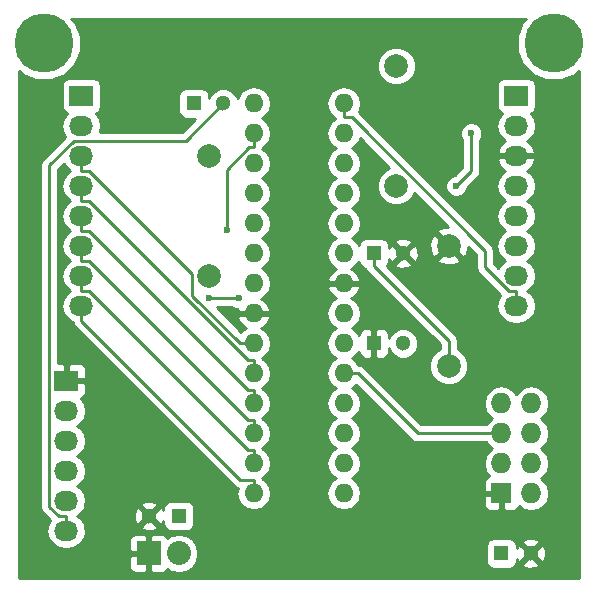
<source format=gbl>
G04 #@! TF.FileFunction,Copper,L2,Bot,Signal*
%FSLAX46Y46*%
G04 Gerber Fmt 4.6, Leading zero omitted, Abs format (unit mm)*
G04 Created by KiCad (PCBNEW 4.0.1-3.201512221401+6198~38~ubuntu15.10.1-stable) date lun 04 ene 2016 19:36:38 ART*
%MOMM*%
G01*
G04 APERTURE LIST*
%ADD10C,0.100000*%
%ADD11R,1.300000X1.300000*%
%ADD12C,1.300000*%
%ADD13C,1.998980*%
%ADD14O,1.600000X1.600000*%
%ADD15R,2.032000X1.727200*%
%ADD16O,2.032000X1.727200*%
%ADD17R,1.727200X1.727200*%
%ADD18O,1.727200X1.727200*%
%ADD19R,2.032000X2.032000*%
%ADD20O,2.032000X2.032000*%
%ADD21C,5.000000*%
%ADD22C,0.600000*%
%ADD23C,0.250000*%
%ADD24C,0.254000*%
G04 APERTURE END LIST*
D10*
D11*
X215900000Y-109220000D03*
D12*
X218400000Y-109220000D03*
D11*
X200660000Y-88900000D03*
D12*
X203160000Y-88900000D03*
D11*
X215900000Y-101600000D03*
D12*
X218400000Y-101600000D03*
D13*
X201930000Y-103505000D03*
X201930000Y-93345000D03*
X217805000Y-95885000D03*
X217805000Y-85725000D03*
X222250000Y-111125000D03*
X222250000Y-100965000D03*
D11*
X226695000Y-127000000D03*
D12*
X229195000Y-127000000D03*
D14*
X205740000Y-88900000D03*
X205740000Y-91440000D03*
X205740000Y-93980000D03*
X205740000Y-96520000D03*
X205740000Y-99060000D03*
X205740000Y-101600000D03*
X205740000Y-104140000D03*
X205740000Y-106680000D03*
X205740000Y-109220000D03*
X205740000Y-111760000D03*
X205740000Y-114300000D03*
X205740000Y-116840000D03*
X205740000Y-119380000D03*
X205740000Y-121920000D03*
X213360000Y-121920000D03*
X213360000Y-119380000D03*
X213360000Y-116840000D03*
X213360000Y-114300000D03*
X213360000Y-111760000D03*
X213360000Y-109220000D03*
X213360000Y-106680000D03*
X213360000Y-104140000D03*
X213360000Y-101600000D03*
X213360000Y-99060000D03*
X213360000Y-96520000D03*
X213360000Y-93980000D03*
X213360000Y-91440000D03*
X213360000Y-88900000D03*
D15*
X189865000Y-112395000D03*
D16*
X189865000Y-114935000D03*
X189865000Y-117475000D03*
X189865000Y-120015000D03*
X189865000Y-122555000D03*
X189865000Y-125095000D03*
D15*
X191135000Y-88265000D03*
D16*
X191135000Y-90805000D03*
X191135000Y-93345000D03*
X191135000Y-95885000D03*
X191135000Y-98425000D03*
X191135000Y-100965000D03*
X191135000Y-103505000D03*
X191135000Y-106045000D03*
D15*
X227965000Y-88265000D03*
D16*
X227965000Y-90805000D03*
X227965000Y-93345000D03*
X227965000Y-95885000D03*
X227965000Y-98425000D03*
X227965000Y-100965000D03*
X227965000Y-103505000D03*
X227965000Y-106045000D03*
D17*
X226695000Y-121920000D03*
D18*
X229235000Y-121920000D03*
X226695000Y-119380000D03*
X229235000Y-119380000D03*
X226695000Y-116840000D03*
X229235000Y-116840000D03*
X226695000Y-114300000D03*
X229235000Y-114300000D03*
D19*
X196850000Y-127000000D03*
D20*
X199390000Y-127000000D03*
D21*
X187960000Y-83820000D03*
X231140000Y-83820000D03*
D11*
X199390000Y-123825000D03*
D12*
X196890000Y-123825000D03*
D22*
X201930000Y-105410000D03*
X204470000Y-105410000D03*
X224155000Y-91440000D03*
X222885000Y-95885000D03*
X203489800Y-99620200D03*
D23*
X204470000Y-105410000D02*
X201930000Y-105410000D01*
X224155000Y-94615000D02*
X224155000Y-91440000D01*
X222885000Y-95885000D02*
X224155000Y-94615000D01*
X199985000Y-92075000D02*
X203160000Y-88900000D01*
X190500400Y-92075000D02*
X199985000Y-92075000D01*
X188424700Y-94150700D02*
X190500400Y-92075000D01*
X188424700Y-123035300D02*
X188424700Y-94150700D01*
X189245500Y-123856100D02*
X188424700Y-123035300D01*
X189865000Y-123856100D02*
X189245500Y-123856100D01*
X189865000Y-125095000D02*
X189865000Y-123856100D01*
X222250000Y-108975300D02*
X222250000Y-111125000D01*
X215900000Y-102625300D02*
X222250000Y-108975300D01*
X215900000Y-101600000D02*
X215900000Y-102625300D01*
X205374700Y-92615300D02*
X205740000Y-92615300D01*
X203489800Y-94500200D02*
X205374700Y-92615300D01*
X203489800Y-99620200D02*
X203489800Y-94500200D01*
X205740000Y-91440000D02*
X205740000Y-92615300D01*
X200539000Y-105194300D02*
X204564700Y-109220000D01*
X200539000Y-103368500D02*
X200539000Y-105194300D01*
X191754400Y-94583900D02*
X200539000Y-103368500D01*
X191135000Y-94583900D02*
X191754400Y-94583900D01*
X191135000Y-93345000D02*
X191135000Y-94583900D01*
X205740000Y-109220000D02*
X204564700Y-109220000D01*
X205215200Y-110584700D02*
X205740000Y-110584700D01*
X191754400Y-97123900D02*
X205215200Y-110584700D01*
X191135000Y-97123900D02*
X191754400Y-97123900D01*
X191135000Y-95885000D02*
X191135000Y-97123900D01*
X205740000Y-111760000D02*
X205740000Y-110584700D01*
X205215200Y-113124700D02*
X205740000Y-113124700D01*
X191754400Y-99663900D02*
X205215200Y-113124700D01*
X191135000Y-99663900D02*
X191754400Y-99663900D01*
X191135000Y-98425000D02*
X191135000Y-99663900D01*
X205740000Y-114300000D02*
X205740000Y-113124700D01*
X205215200Y-115664700D02*
X205740000Y-115664700D01*
X191754400Y-102203900D02*
X205215200Y-115664700D01*
X191135000Y-102203900D02*
X191754400Y-102203900D01*
X191135000Y-100965000D02*
X191135000Y-102203900D01*
X205740000Y-116840000D02*
X205740000Y-115664700D01*
X205215200Y-118204700D02*
X205740000Y-118204700D01*
X191754400Y-104743900D02*
X205215200Y-118204700D01*
X191135000Y-104743900D02*
X191754400Y-104743900D01*
X191135000Y-103505000D02*
X191135000Y-104743900D01*
X205740000Y-119380000D02*
X205740000Y-118204700D01*
X204595800Y-120744700D02*
X205740000Y-120744700D01*
X191135000Y-107283900D02*
X204595800Y-120744700D01*
X205740000Y-121920000D02*
X205740000Y-120744700D01*
X191135000Y-106045000D02*
X191135000Y-107283900D01*
X219615300Y-116840000D02*
X214535300Y-111760000D01*
X226695000Y-116840000D02*
X219615300Y-116840000D01*
X213360000Y-111760000D02*
X214535300Y-111760000D01*
X214019100Y-90075300D02*
X213360000Y-90075300D01*
X225306200Y-101362400D02*
X214019100Y-90075300D01*
X225306200Y-102766800D02*
X225306200Y-101362400D01*
X227345500Y-104806100D02*
X225306200Y-102766800D01*
X227965000Y-104806100D02*
X227345500Y-104806100D01*
X227965000Y-106045000D02*
X227965000Y-104806100D01*
X213360000Y-88900000D02*
X213360000Y-90075300D01*
D24*
G36*
X228483826Y-82041847D02*
X228005546Y-83193674D01*
X228004457Y-84440854D01*
X228480727Y-85593515D01*
X229361847Y-86476174D01*
X230513674Y-86954454D01*
X231760854Y-86955543D01*
X232913515Y-86479273D01*
X233249000Y-86144373D01*
X233249000Y-129109000D01*
X185851000Y-129109000D01*
X185851000Y-127285750D01*
X195199000Y-127285750D01*
X195199000Y-128142309D01*
X195295673Y-128375698D01*
X195474301Y-128554327D01*
X195707690Y-128651000D01*
X196564250Y-128651000D01*
X196723000Y-128492250D01*
X196723000Y-127127000D01*
X195357750Y-127127000D01*
X195199000Y-127285750D01*
X185851000Y-127285750D01*
X185851000Y-94150700D01*
X187664700Y-94150700D01*
X187664700Y-123035300D01*
X187722552Y-123326139D01*
X187887299Y-123572701D01*
X188512175Y-124197577D01*
X188295729Y-124521511D01*
X188181655Y-125095000D01*
X188295729Y-125668489D01*
X188620585Y-126154670D01*
X189106766Y-126479526D01*
X189680255Y-126593600D01*
X190049745Y-126593600D01*
X190623234Y-126479526D01*
X191109415Y-126154670D01*
X191307850Y-125857691D01*
X195199000Y-125857691D01*
X195199000Y-126714250D01*
X195357750Y-126873000D01*
X196723000Y-126873000D01*
X196723000Y-125507750D01*
X196977000Y-125507750D01*
X196977000Y-126873000D01*
X196997000Y-126873000D01*
X196997000Y-127127000D01*
X196977000Y-127127000D01*
X196977000Y-128492250D01*
X197135750Y-128651000D01*
X197992310Y-128651000D01*
X198225699Y-128554327D01*
X198404327Y-128375698D01*
X198421999Y-128333034D01*
X198758190Y-128557670D01*
X199390000Y-128683345D01*
X200021810Y-128557670D01*
X200557433Y-128199778D01*
X200915325Y-127664155D01*
X201041000Y-127032345D01*
X201041000Y-126967655D01*
X200918141Y-126350000D01*
X225397560Y-126350000D01*
X225397560Y-127650000D01*
X225441838Y-127885317D01*
X225580910Y-128101441D01*
X225793110Y-128246431D01*
X226045000Y-128297440D01*
X227345000Y-128297440D01*
X227580317Y-128253162D01*
X227796441Y-128114090D01*
X227941431Y-127901890D01*
X227942012Y-127899016D01*
X228475590Y-127899016D01*
X228531271Y-128129611D01*
X229014078Y-128297622D01*
X229524428Y-128268083D01*
X229858729Y-128129611D01*
X229914410Y-127899016D01*
X229195000Y-127179605D01*
X228475590Y-127899016D01*
X227942012Y-127899016D01*
X227992440Y-127650000D01*
X227992440Y-127487615D01*
X228065389Y-127663729D01*
X228295984Y-127719410D01*
X229015395Y-127000000D01*
X229374605Y-127000000D01*
X230094016Y-127719410D01*
X230324611Y-127663729D01*
X230492622Y-127180922D01*
X230463083Y-126670572D01*
X230324611Y-126336271D01*
X230094016Y-126280590D01*
X229374605Y-127000000D01*
X229015395Y-127000000D01*
X228295984Y-126280590D01*
X228065389Y-126336271D01*
X227992440Y-126545902D01*
X227992440Y-126350000D01*
X227948162Y-126114683D01*
X227939347Y-126100984D01*
X228475590Y-126100984D01*
X229195000Y-126820395D01*
X229914410Y-126100984D01*
X229858729Y-125870389D01*
X229375922Y-125702378D01*
X228865572Y-125731917D01*
X228531271Y-125870389D01*
X228475590Y-126100984D01*
X227939347Y-126100984D01*
X227809090Y-125898559D01*
X227596890Y-125753569D01*
X227345000Y-125702560D01*
X226045000Y-125702560D01*
X225809683Y-125746838D01*
X225593559Y-125885910D01*
X225448569Y-126098110D01*
X225397560Y-126350000D01*
X200918141Y-126350000D01*
X200915325Y-126335845D01*
X200557433Y-125800222D01*
X200021810Y-125442330D01*
X199390000Y-125316655D01*
X198758190Y-125442330D01*
X198421999Y-125666966D01*
X198404327Y-125624302D01*
X198225699Y-125445673D01*
X197992310Y-125349000D01*
X197135750Y-125349000D01*
X196977000Y-125507750D01*
X196723000Y-125507750D01*
X196564250Y-125349000D01*
X195707690Y-125349000D01*
X195474301Y-125445673D01*
X195295673Y-125624302D01*
X195199000Y-125857691D01*
X191307850Y-125857691D01*
X191434271Y-125668489D01*
X191548345Y-125095000D01*
X191474552Y-124724016D01*
X196170590Y-124724016D01*
X196226271Y-124954611D01*
X196709078Y-125122622D01*
X197219428Y-125093083D01*
X197553729Y-124954611D01*
X197609410Y-124724016D01*
X196890000Y-124004605D01*
X196170590Y-124724016D01*
X191474552Y-124724016D01*
X191434271Y-124521511D01*
X191109415Y-124035330D01*
X190794634Y-123825000D01*
X191065402Y-123644078D01*
X195592378Y-123644078D01*
X195621917Y-124154428D01*
X195760389Y-124488729D01*
X195990984Y-124544410D01*
X196710395Y-123825000D01*
X197069605Y-123825000D01*
X197789016Y-124544410D01*
X198019611Y-124488729D01*
X198092560Y-124279098D01*
X198092560Y-124475000D01*
X198136838Y-124710317D01*
X198275910Y-124926441D01*
X198488110Y-125071431D01*
X198740000Y-125122440D01*
X200040000Y-125122440D01*
X200275317Y-125078162D01*
X200491441Y-124939090D01*
X200636431Y-124726890D01*
X200687440Y-124475000D01*
X200687440Y-123175000D01*
X200643162Y-122939683D01*
X200504090Y-122723559D01*
X200291890Y-122578569D01*
X200040000Y-122527560D01*
X198740000Y-122527560D01*
X198504683Y-122571838D01*
X198288559Y-122710910D01*
X198143569Y-122923110D01*
X198092560Y-123175000D01*
X198092560Y-123337385D01*
X198019611Y-123161271D01*
X197789016Y-123105590D01*
X197069605Y-123825000D01*
X196710395Y-123825000D01*
X195990984Y-123105590D01*
X195760389Y-123161271D01*
X195592378Y-123644078D01*
X191065402Y-123644078D01*
X191109415Y-123614670D01*
X191434271Y-123128489D01*
X191474551Y-122925984D01*
X196170590Y-122925984D01*
X196890000Y-123645395D01*
X197609410Y-122925984D01*
X197553729Y-122695389D01*
X197070922Y-122527378D01*
X196560572Y-122556917D01*
X196226271Y-122695389D01*
X196170590Y-122925984D01*
X191474551Y-122925984D01*
X191548345Y-122555000D01*
X191434271Y-121981511D01*
X191109415Y-121495330D01*
X190794634Y-121285000D01*
X191109415Y-121074670D01*
X191434271Y-120588489D01*
X191548345Y-120015000D01*
X191434271Y-119441511D01*
X191109415Y-118955330D01*
X190794634Y-118745000D01*
X191109415Y-118534670D01*
X191434271Y-118048489D01*
X191548345Y-117475000D01*
X191434271Y-116901511D01*
X191109415Y-116415330D01*
X190794634Y-116205000D01*
X191109415Y-115994670D01*
X191434271Y-115508489D01*
X191548345Y-114935000D01*
X191434271Y-114361511D01*
X191109415Y-113875330D01*
X191087220Y-113860500D01*
X191240698Y-113796927D01*
X191419327Y-113618299D01*
X191516000Y-113384910D01*
X191516000Y-112680750D01*
X191357250Y-112522000D01*
X189992000Y-112522000D01*
X189992000Y-112542000D01*
X189738000Y-112542000D01*
X189738000Y-112522000D01*
X189718000Y-112522000D01*
X189718000Y-112268000D01*
X189738000Y-112268000D01*
X189738000Y-111055150D01*
X189992000Y-111055150D01*
X189992000Y-112268000D01*
X191357250Y-112268000D01*
X191516000Y-112109250D01*
X191516000Y-111405090D01*
X191419327Y-111171701D01*
X191240698Y-110993073D01*
X191007309Y-110896400D01*
X190150750Y-110896400D01*
X189992000Y-111055150D01*
X189738000Y-111055150D01*
X189579250Y-110896400D01*
X189184700Y-110896400D01*
X189184700Y-94465502D01*
X189632213Y-94017989D01*
X189890585Y-94404670D01*
X190205366Y-94615000D01*
X189890585Y-94825330D01*
X189565729Y-95311511D01*
X189451655Y-95885000D01*
X189565729Y-96458489D01*
X189890585Y-96944670D01*
X190205366Y-97155000D01*
X189890585Y-97365330D01*
X189565729Y-97851511D01*
X189451655Y-98425000D01*
X189565729Y-98998489D01*
X189890585Y-99484670D01*
X190205366Y-99695000D01*
X189890585Y-99905330D01*
X189565729Y-100391511D01*
X189451655Y-100965000D01*
X189565729Y-101538489D01*
X189890585Y-102024670D01*
X190205366Y-102235000D01*
X189890585Y-102445330D01*
X189565729Y-102931511D01*
X189451655Y-103505000D01*
X189565729Y-104078489D01*
X189890585Y-104564670D01*
X190205366Y-104775000D01*
X189890585Y-104985330D01*
X189565729Y-105471511D01*
X189451655Y-106045000D01*
X189565729Y-106618489D01*
X189890585Y-107104670D01*
X190376766Y-107429526D01*
X190405088Y-107435160D01*
X190432852Y-107574739D01*
X190597599Y-107821301D01*
X204058399Y-121282101D01*
X204304961Y-121446848D01*
X204368489Y-121459485D01*
X204276887Y-121920000D01*
X204386120Y-122469151D01*
X204697189Y-122934698D01*
X205162736Y-123245767D01*
X205711887Y-123355000D01*
X205768113Y-123355000D01*
X206317264Y-123245767D01*
X206782811Y-122934698D01*
X207093880Y-122469151D01*
X207203113Y-121920000D01*
X207093880Y-121370849D01*
X206782811Y-120905302D01*
X206493493Y-120711985D01*
X206471726Y-120602559D01*
X206782811Y-120394698D01*
X207093880Y-119929151D01*
X207203113Y-119380000D01*
X207093880Y-118830849D01*
X206782811Y-118365302D01*
X206493493Y-118171985D01*
X206471726Y-118062559D01*
X206782811Y-117854698D01*
X207093880Y-117389151D01*
X207203113Y-116840000D01*
X207093880Y-116290849D01*
X206782811Y-115825302D01*
X206493493Y-115631985D01*
X206471726Y-115522559D01*
X206782811Y-115314698D01*
X207093880Y-114849151D01*
X207203113Y-114300000D01*
X207093880Y-113750849D01*
X206782811Y-113285302D01*
X206493493Y-113091985D01*
X206471726Y-112982559D01*
X206782811Y-112774698D01*
X207093880Y-112309151D01*
X207203113Y-111760000D01*
X207093880Y-111210849D01*
X206782811Y-110745302D01*
X206493493Y-110551985D01*
X206471726Y-110442559D01*
X206782811Y-110234698D01*
X207093880Y-109769151D01*
X207203113Y-109220000D01*
X207093880Y-108670849D01*
X206782811Y-108205302D01*
X206378297Y-107935014D01*
X206595134Y-107832389D01*
X206971041Y-107417423D01*
X207131904Y-107029039D01*
X207009915Y-106807000D01*
X205867000Y-106807000D01*
X205867000Y-106827000D01*
X205613000Y-106827000D01*
X205613000Y-106807000D01*
X204470085Y-106807000D01*
X204348096Y-107029039D01*
X204508959Y-107417423D01*
X204884866Y-107832389D01*
X205101703Y-107935014D01*
X204697189Y-108205302D01*
X204668196Y-108248694D01*
X203099502Y-106680000D01*
X211896887Y-106680000D01*
X212006120Y-107229151D01*
X212317189Y-107694698D01*
X212699275Y-107950000D01*
X212317189Y-108205302D01*
X212006120Y-108670849D01*
X211896887Y-109220000D01*
X212006120Y-109769151D01*
X212317189Y-110234698D01*
X212699275Y-110490000D01*
X212317189Y-110745302D01*
X212006120Y-111210849D01*
X211896887Y-111760000D01*
X212006120Y-112309151D01*
X212317189Y-112774698D01*
X212699275Y-113030000D01*
X212317189Y-113285302D01*
X212006120Y-113750849D01*
X211896887Y-114300000D01*
X212006120Y-114849151D01*
X212317189Y-115314698D01*
X212699275Y-115570000D01*
X212317189Y-115825302D01*
X212006120Y-116290849D01*
X211896887Y-116840000D01*
X212006120Y-117389151D01*
X212317189Y-117854698D01*
X212699275Y-118110000D01*
X212317189Y-118365302D01*
X212006120Y-118830849D01*
X211896887Y-119380000D01*
X212006120Y-119929151D01*
X212317189Y-120394698D01*
X212699275Y-120650000D01*
X212317189Y-120905302D01*
X212006120Y-121370849D01*
X211896887Y-121920000D01*
X212006120Y-122469151D01*
X212317189Y-122934698D01*
X212782736Y-123245767D01*
X213331887Y-123355000D01*
X213388113Y-123355000D01*
X213937264Y-123245767D01*
X214402811Y-122934698D01*
X214713880Y-122469151D01*
X214766273Y-122205750D01*
X225196400Y-122205750D01*
X225196400Y-122909909D01*
X225293073Y-123143298D01*
X225471701Y-123321927D01*
X225705090Y-123418600D01*
X226409250Y-123418600D01*
X226568000Y-123259850D01*
X226568000Y-122047000D01*
X225355150Y-122047000D01*
X225196400Y-122205750D01*
X214766273Y-122205750D01*
X214823113Y-121920000D01*
X214713880Y-121370849D01*
X214402811Y-120905302D01*
X214020725Y-120650000D01*
X214402811Y-120394698D01*
X214713880Y-119929151D01*
X214823113Y-119380000D01*
X214713880Y-118830849D01*
X214402811Y-118365302D01*
X214020725Y-118110000D01*
X214402811Y-117854698D01*
X214713880Y-117389151D01*
X214823113Y-116840000D01*
X214713880Y-116290849D01*
X214402811Y-115825302D01*
X214020725Y-115570000D01*
X214402811Y-115314698D01*
X214713880Y-114849151D01*
X214823113Y-114300000D01*
X214713880Y-113750849D01*
X214402811Y-113285302D01*
X214020725Y-113030000D01*
X214402811Y-112774698D01*
X214431804Y-112731306D01*
X219077899Y-117377401D01*
X219324461Y-117542148D01*
X219615300Y-117600000D01*
X225415480Y-117600000D01*
X225635330Y-117929029D01*
X225906172Y-118110000D01*
X225635330Y-118290971D01*
X225310474Y-118777152D01*
X225196400Y-119350641D01*
X225196400Y-119409359D01*
X225310474Y-119982848D01*
X225625526Y-120454356D01*
X225471701Y-120518073D01*
X225293073Y-120696702D01*
X225196400Y-120930091D01*
X225196400Y-121634250D01*
X225355150Y-121793000D01*
X226568000Y-121793000D01*
X226568000Y-121773000D01*
X226822000Y-121773000D01*
X226822000Y-121793000D01*
X226842000Y-121793000D01*
X226842000Y-122047000D01*
X226822000Y-122047000D01*
X226822000Y-123259850D01*
X226980750Y-123418600D01*
X227684910Y-123418600D01*
X227918299Y-123321927D01*
X228096927Y-123143298D01*
X228161263Y-122987977D01*
X228175330Y-123009029D01*
X228661511Y-123333885D01*
X229235000Y-123447959D01*
X229808489Y-123333885D01*
X230294670Y-123009029D01*
X230619526Y-122522848D01*
X230733600Y-121949359D01*
X230733600Y-121890641D01*
X230619526Y-121317152D01*
X230294670Y-120830971D01*
X230023828Y-120650000D01*
X230294670Y-120469029D01*
X230619526Y-119982848D01*
X230733600Y-119409359D01*
X230733600Y-119350641D01*
X230619526Y-118777152D01*
X230294670Y-118290971D01*
X230023828Y-118110000D01*
X230294670Y-117929029D01*
X230619526Y-117442848D01*
X230733600Y-116869359D01*
X230733600Y-116810641D01*
X230619526Y-116237152D01*
X230294670Y-115750971D01*
X230023828Y-115570000D01*
X230294670Y-115389029D01*
X230619526Y-114902848D01*
X230733600Y-114329359D01*
X230733600Y-114270641D01*
X230619526Y-113697152D01*
X230294670Y-113210971D01*
X229808489Y-112886115D01*
X229235000Y-112772041D01*
X228661511Y-112886115D01*
X228175330Y-113210971D01*
X227965000Y-113525752D01*
X227754670Y-113210971D01*
X227268489Y-112886115D01*
X226695000Y-112772041D01*
X226121511Y-112886115D01*
X225635330Y-113210971D01*
X225310474Y-113697152D01*
X225196400Y-114270641D01*
X225196400Y-114329359D01*
X225310474Y-114902848D01*
X225635330Y-115389029D01*
X225906172Y-115570000D01*
X225635330Y-115750971D01*
X225415480Y-116080000D01*
X219930102Y-116080000D01*
X215072701Y-111222599D01*
X214826139Y-111057852D01*
X214578773Y-111008647D01*
X214402811Y-110745302D01*
X214020725Y-110490000D01*
X214402811Y-110234698D01*
X214615000Y-109917135D01*
X214615000Y-109996310D01*
X214711673Y-110229699D01*
X214890302Y-110408327D01*
X215123691Y-110505000D01*
X215614250Y-110505000D01*
X215773000Y-110346250D01*
X215773000Y-109347000D01*
X215753000Y-109347000D01*
X215753000Y-109093000D01*
X215773000Y-109093000D01*
X215773000Y-108093750D01*
X216027000Y-108093750D01*
X216027000Y-109093000D01*
X216047000Y-109093000D01*
X216047000Y-109347000D01*
X216027000Y-109347000D01*
X216027000Y-110346250D01*
X216185750Y-110505000D01*
X216676309Y-110505000D01*
X216909698Y-110408327D01*
X217088327Y-110229699D01*
X217185000Y-109996310D01*
X217185000Y-109644433D01*
X217309995Y-109946943D01*
X217671155Y-110308735D01*
X218143276Y-110504777D01*
X218654481Y-110505223D01*
X219126943Y-110310005D01*
X219488735Y-109948845D01*
X219684777Y-109476724D01*
X219685223Y-108965519D01*
X219490005Y-108493057D01*
X219128845Y-108131265D01*
X218656724Y-107935223D01*
X218145519Y-107934777D01*
X217673057Y-108129995D01*
X217311265Y-108491155D01*
X217185000Y-108795235D01*
X217185000Y-108443690D01*
X217088327Y-108210301D01*
X216909698Y-108031673D01*
X216676309Y-107935000D01*
X216185750Y-107935000D01*
X216027000Y-108093750D01*
X215773000Y-108093750D01*
X215614250Y-107935000D01*
X215123691Y-107935000D01*
X214890302Y-108031673D01*
X214711673Y-108210301D01*
X214615000Y-108443690D01*
X214615000Y-108522865D01*
X214402811Y-108205302D01*
X214020725Y-107950000D01*
X214402811Y-107694698D01*
X214713880Y-107229151D01*
X214823113Y-106680000D01*
X214713880Y-106130849D01*
X214402811Y-105665302D01*
X213998297Y-105395014D01*
X214215134Y-105292389D01*
X214591041Y-104877423D01*
X214751904Y-104489039D01*
X214629915Y-104267000D01*
X213487000Y-104267000D01*
X213487000Y-104287000D01*
X213233000Y-104287000D01*
X213233000Y-104267000D01*
X212090085Y-104267000D01*
X211968096Y-104489039D01*
X212128959Y-104877423D01*
X212504866Y-105292389D01*
X212721703Y-105395014D01*
X212317189Y-105665302D01*
X212006120Y-106130849D01*
X211896887Y-106680000D01*
X203099502Y-106680000D01*
X202589502Y-106170000D01*
X203907537Y-106170000D01*
X203939673Y-106202192D01*
X204283201Y-106344838D01*
X204355755Y-106344901D01*
X204470085Y-106553000D01*
X205613000Y-106553000D01*
X205613000Y-106533000D01*
X205867000Y-106533000D01*
X205867000Y-106553000D01*
X207009915Y-106553000D01*
X207131904Y-106330961D01*
X206971041Y-105942577D01*
X206595134Y-105527611D01*
X206378297Y-105424986D01*
X206782811Y-105154698D01*
X207093880Y-104689151D01*
X207203113Y-104140000D01*
X207093880Y-103590849D01*
X206782811Y-103125302D01*
X206400725Y-102870000D01*
X206782811Y-102614698D01*
X207093880Y-102149151D01*
X207203113Y-101600000D01*
X207093880Y-101050849D01*
X206782811Y-100585302D01*
X206400725Y-100330000D01*
X206782811Y-100074698D01*
X207093880Y-99609151D01*
X207203113Y-99060000D01*
X207093880Y-98510849D01*
X206782811Y-98045302D01*
X206400725Y-97790000D01*
X206782811Y-97534698D01*
X207093880Y-97069151D01*
X207203113Y-96520000D01*
X207093880Y-95970849D01*
X206782811Y-95505302D01*
X206400725Y-95250000D01*
X206782811Y-94994698D01*
X207093880Y-94529151D01*
X207203113Y-93980000D01*
X207093880Y-93430849D01*
X206782811Y-92965302D01*
X206471726Y-92757441D01*
X206493493Y-92648015D01*
X206782811Y-92454698D01*
X207093880Y-91989151D01*
X207203113Y-91440000D01*
X207093880Y-90890849D01*
X206782811Y-90425302D01*
X206400725Y-90170000D01*
X206782811Y-89914698D01*
X207093880Y-89449151D01*
X207203113Y-88900000D01*
X211896887Y-88900000D01*
X212006120Y-89449151D01*
X212317189Y-89914698D01*
X212606507Y-90108015D01*
X212628274Y-90217441D01*
X212317189Y-90425302D01*
X212006120Y-90890849D01*
X211896887Y-91440000D01*
X212006120Y-91989151D01*
X212317189Y-92454698D01*
X212699275Y-92710000D01*
X212317189Y-92965302D01*
X212006120Y-93430849D01*
X211896887Y-93980000D01*
X212006120Y-94529151D01*
X212317189Y-94994698D01*
X212699275Y-95250000D01*
X212317189Y-95505302D01*
X212006120Y-95970849D01*
X211896887Y-96520000D01*
X212006120Y-97069151D01*
X212317189Y-97534698D01*
X212699275Y-97790000D01*
X212317189Y-98045302D01*
X212006120Y-98510849D01*
X211896887Y-99060000D01*
X212006120Y-99609151D01*
X212317189Y-100074698D01*
X212699275Y-100330000D01*
X212317189Y-100585302D01*
X212006120Y-101050849D01*
X211896887Y-101600000D01*
X212006120Y-102149151D01*
X212317189Y-102614698D01*
X212721703Y-102884986D01*
X212504866Y-102987611D01*
X212128959Y-103402577D01*
X211968096Y-103790961D01*
X212090085Y-104013000D01*
X213233000Y-104013000D01*
X213233000Y-103993000D01*
X213487000Y-103993000D01*
X213487000Y-104013000D01*
X214629915Y-104013000D01*
X214751904Y-103790961D01*
X214591041Y-103402577D01*
X214215134Y-102987611D01*
X213998297Y-102884986D01*
X214402811Y-102614698D01*
X214612214Y-102301305D01*
X214646838Y-102485317D01*
X214785910Y-102701441D01*
X214998110Y-102846431D01*
X215191788Y-102885652D01*
X215197852Y-102916139D01*
X215362599Y-103162701D01*
X221490000Y-109290102D01*
X221490000Y-109670504D01*
X221325345Y-109738538D01*
X220865154Y-110197927D01*
X220615794Y-110798453D01*
X220615226Y-111448694D01*
X220863538Y-112049655D01*
X221322927Y-112509846D01*
X221923453Y-112759206D01*
X222573694Y-112759774D01*
X223174655Y-112511462D01*
X223634846Y-112052073D01*
X223884206Y-111451547D01*
X223884774Y-110801306D01*
X223636462Y-110200345D01*
X223177073Y-109740154D01*
X223010000Y-109670779D01*
X223010000Y-108975300D01*
X222952148Y-108684461D01*
X222787401Y-108437899D01*
X217026669Y-102677167D01*
X217146431Y-102501890D01*
X217147012Y-102499016D01*
X217680590Y-102499016D01*
X217736271Y-102729611D01*
X218219078Y-102897622D01*
X218729428Y-102868083D01*
X219063729Y-102729611D01*
X219119410Y-102499016D01*
X218400000Y-101779605D01*
X217680590Y-102499016D01*
X217147012Y-102499016D01*
X217197440Y-102250000D01*
X217197440Y-102087615D01*
X217270389Y-102263729D01*
X217500984Y-102319410D01*
X218220395Y-101600000D01*
X218579605Y-101600000D01*
X219299016Y-102319410D01*
X219529611Y-102263729D01*
X219580614Y-102117163D01*
X221277443Y-102117163D01*
X221376042Y-102383965D01*
X221985582Y-102610401D01*
X222635377Y-102586341D01*
X223123958Y-102383965D01*
X223222557Y-102117163D01*
X222250000Y-101144605D01*
X221277443Y-102117163D01*
X219580614Y-102117163D01*
X219697622Y-101780922D01*
X219668083Y-101270572D01*
X219529611Y-100936271D01*
X219299016Y-100880590D01*
X218579605Y-101600000D01*
X218220395Y-101600000D01*
X217500984Y-100880590D01*
X217270389Y-100936271D01*
X217197440Y-101145902D01*
X217197440Y-100950000D01*
X217153162Y-100714683D01*
X217144347Y-100700984D01*
X217680590Y-100700984D01*
X218400000Y-101420395D01*
X219119410Y-100700984D01*
X219119313Y-100700582D01*
X220604599Y-100700582D01*
X220628659Y-101350377D01*
X220831035Y-101838958D01*
X221097837Y-101937557D01*
X222070395Y-100965000D01*
X221097837Y-99992443D01*
X220831035Y-100091042D01*
X220604599Y-100700582D01*
X219119313Y-100700582D01*
X219063729Y-100470389D01*
X218580922Y-100302378D01*
X218070572Y-100331917D01*
X217736271Y-100470389D01*
X217680590Y-100700984D01*
X217144347Y-100700984D01*
X217014090Y-100498559D01*
X216801890Y-100353569D01*
X216550000Y-100302560D01*
X215250000Y-100302560D01*
X215014683Y-100346838D01*
X214798559Y-100485910D01*
X214653569Y-100698110D01*
X214612778Y-100899540D01*
X214402811Y-100585302D01*
X214020725Y-100330000D01*
X214402811Y-100074698D01*
X214713880Y-99609151D01*
X214823113Y-99060000D01*
X214713880Y-98510849D01*
X214402811Y-98045302D01*
X214020725Y-97790000D01*
X214402811Y-97534698D01*
X214713880Y-97069151D01*
X214823113Y-96520000D01*
X214713880Y-95970849D01*
X214402811Y-95505302D01*
X214020725Y-95250000D01*
X214402811Y-94994698D01*
X214713880Y-94529151D01*
X214823113Y-93980000D01*
X214713880Y-93430849D01*
X214402811Y-92965302D01*
X214020725Y-92710000D01*
X214402811Y-92454698D01*
X214713880Y-91989151D01*
X214737816Y-91868818D01*
X217225090Y-94356092D01*
X216880345Y-94498538D01*
X216420154Y-94957927D01*
X216170794Y-95558453D01*
X216170226Y-96208694D01*
X216418538Y-96809655D01*
X216877927Y-97269846D01*
X217478453Y-97519206D01*
X218128694Y-97519774D01*
X218729655Y-97271462D01*
X219189846Y-96812073D01*
X219333973Y-96464975D01*
X222200230Y-99331232D01*
X221864623Y-99343659D01*
X221376042Y-99546035D01*
X221277443Y-99812837D01*
X222250000Y-100785395D01*
X222264142Y-100771252D01*
X222443748Y-100950858D01*
X222429605Y-100965000D01*
X223402163Y-101937557D01*
X223668965Y-101838958D01*
X223895401Y-101229418D01*
X223887595Y-101018597D01*
X224546200Y-101677202D01*
X224546200Y-102766800D01*
X224604052Y-103057639D01*
X224768799Y-103304201D01*
X226612175Y-105147577D01*
X226395729Y-105471511D01*
X226281655Y-106045000D01*
X226395729Y-106618489D01*
X226720585Y-107104670D01*
X227206766Y-107429526D01*
X227780255Y-107543600D01*
X228149745Y-107543600D01*
X228723234Y-107429526D01*
X229209415Y-107104670D01*
X229534271Y-106618489D01*
X229648345Y-106045000D01*
X229534271Y-105471511D01*
X229209415Y-104985330D01*
X228894634Y-104775000D01*
X229209415Y-104564670D01*
X229534271Y-104078489D01*
X229648345Y-103505000D01*
X229534271Y-102931511D01*
X229209415Y-102445330D01*
X228894634Y-102235000D01*
X229209415Y-102024670D01*
X229534271Y-101538489D01*
X229648345Y-100965000D01*
X229534271Y-100391511D01*
X229209415Y-99905330D01*
X228894634Y-99695000D01*
X229209415Y-99484670D01*
X229534271Y-98998489D01*
X229648345Y-98425000D01*
X229534271Y-97851511D01*
X229209415Y-97365330D01*
X228894634Y-97155000D01*
X229209415Y-96944670D01*
X229534271Y-96458489D01*
X229648345Y-95885000D01*
X229534271Y-95311511D01*
X229209415Y-94825330D01*
X228899931Y-94618539D01*
X229315732Y-94247036D01*
X229569709Y-93719791D01*
X229572358Y-93704026D01*
X229451217Y-93472000D01*
X228092000Y-93472000D01*
X228092000Y-93492000D01*
X227838000Y-93492000D01*
X227838000Y-93472000D01*
X226478783Y-93472000D01*
X226357642Y-93704026D01*
X226360291Y-93719791D01*
X226614268Y-94247036D01*
X227030069Y-94618539D01*
X226720585Y-94825330D01*
X226395729Y-95311511D01*
X226281655Y-95885000D01*
X226395729Y-96458489D01*
X226720585Y-96944670D01*
X227035366Y-97155000D01*
X226720585Y-97365330D01*
X226395729Y-97851511D01*
X226281655Y-98425000D01*
X226395729Y-98998489D01*
X226720585Y-99484670D01*
X227035366Y-99695000D01*
X226720585Y-99905330D01*
X226395729Y-100391511D01*
X226281655Y-100965000D01*
X226395729Y-101538489D01*
X226720585Y-102024670D01*
X227035366Y-102235000D01*
X226720585Y-102445330D01*
X226455804Y-102841602D01*
X226066200Y-102451998D01*
X226066200Y-101362400D01*
X226008348Y-101071561D01*
X225843601Y-100824999D01*
X221088769Y-96070167D01*
X221949838Y-96070167D01*
X222091883Y-96413943D01*
X222354673Y-96677192D01*
X222698201Y-96819838D01*
X223070167Y-96820162D01*
X223413943Y-96678117D01*
X223677192Y-96415327D01*
X223819838Y-96071799D01*
X223819879Y-96024923D01*
X224692401Y-95152401D01*
X224857148Y-94905840D01*
X224915000Y-94615000D01*
X224915000Y-92002463D01*
X224947192Y-91970327D01*
X225089838Y-91626799D01*
X225090162Y-91254833D01*
X224948117Y-90911057D01*
X224842245Y-90805000D01*
X226281655Y-90805000D01*
X226395729Y-91378489D01*
X226720585Y-91864670D01*
X227030069Y-92071461D01*
X226614268Y-92442964D01*
X226360291Y-92970209D01*
X226357642Y-92985974D01*
X226478783Y-93218000D01*
X227838000Y-93218000D01*
X227838000Y-93198000D01*
X228092000Y-93198000D01*
X228092000Y-93218000D01*
X229451217Y-93218000D01*
X229572358Y-92985974D01*
X229569709Y-92970209D01*
X229315732Y-92442964D01*
X228899931Y-92071461D01*
X229209415Y-91864670D01*
X229534271Y-91378489D01*
X229648345Y-90805000D01*
X229534271Y-90231511D01*
X229209415Y-89745330D01*
X229195087Y-89735757D01*
X229216317Y-89731762D01*
X229432441Y-89592690D01*
X229577431Y-89380490D01*
X229628440Y-89128600D01*
X229628440Y-87401400D01*
X229584162Y-87166083D01*
X229445090Y-86949959D01*
X229232890Y-86804969D01*
X228981000Y-86753960D01*
X226949000Y-86753960D01*
X226713683Y-86798238D01*
X226497559Y-86937310D01*
X226352569Y-87149510D01*
X226301560Y-87401400D01*
X226301560Y-89128600D01*
X226345838Y-89363917D01*
X226484910Y-89580041D01*
X226697110Y-89725031D01*
X226738439Y-89733400D01*
X226720585Y-89745330D01*
X226395729Y-90231511D01*
X226281655Y-90805000D01*
X224842245Y-90805000D01*
X224685327Y-90647808D01*
X224341799Y-90505162D01*
X223969833Y-90504838D01*
X223626057Y-90646883D01*
X223362808Y-90909673D01*
X223220162Y-91253201D01*
X223219838Y-91625167D01*
X223361883Y-91968943D01*
X223395000Y-92002118D01*
X223395000Y-94300198D01*
X222745320Y-94949878D01*
X222699833Y-94949838D01*
X222356057Y-95091883D01*
X222092808Y-95354673D01*
X221950162Y-95698201D01*
X221949838Y-96070167D01*
X221088769Y-96070167D01*
X214615295Y-89596693D01*
X214713880Y-89449151D01*
X214823113Y-88900000D01*
X214713880Y-88350849D01*
X214402811Y-87885302D01*
X213937264Y-87574233D01*
X213388113Y-87465000D01*
X213331887Y-87465000D01*
X212782736Y-87574233D01*
X212317189Y-87885302D01*
X212006120Y-88350849D01*
X211896887Y-88900000D01*
X207203113Y-88900000D01*
X207093880Y-88350849D01*
X206782811Y-87885302D01*
X206317264Y-87574233D01*
X205768113Y-87465000D01*
X205711887Y-87465000D01*
X205162736Y-87574233D01*
X204697189Y-87885302D01*
X204386120Y-88350849D01*
X204365760Y-88453205D01*
X204250005Y-88173057D01*
X203888845Y-87811265D01*
X203416724Y-87615223D01*
X202905519Y-87614777D01*
X202433057Y-87809995D01*
X202071265Y-88171155D01*
X201957440Y-88445276D01*
X201957440Y-88250000D01*
X201913162Y-88014683D01*
X201774090Y-87798559D01*
X201561890Y-87653569D01*
X201310000Y-87602560D01*
X200010000Y-87602560D01*
X199774683Y-87646838D01*
X199558559Y-87785910D01*
X199413569Y-87998110D01*
X199362560Y-88250000D01*
X199362560Y-89550000D01*
X199406838Y-89785317D01*
X199545910Y-90001441D01*
X199758110Y-90146431D01*
X200010000Y-90197440D01*
X200787758Y-90197440D01*
X199670198Y-91315000D01*
X192716900Y-91315000D01*
X192818345Y-90805000D01*
X192704271Y-90231511D01*
X192379415Y-89745330D01*
X192365087Y-89735757D01*
X192386317Y-89731762D01*
X192602441Y-89592690D01*
X192747431Y-89380490D01*
X192798440Y-89128600D01*
X192798440Y-87401400D01*
X192754162Y-87166083D01*
X192615090Y-86949959D01*
X192402890Y-86804969D01*
X192151000Y-86753960D01*
X190119000Y-86753960D01*
X189883683Y-86798238D01*
X189667559Y-86937310D01*
X189522569Y-87149510D01*
X189471560Y-87401400D01*
X189471560Y-89128600D01*
X189515838Y-89363917D01*
X189654910Y-89580041D01*
X189867110Y-89725031D01*
X189908439Y-89733400D01*
X189890585Y-89745330D01*
X189565729Y-90231511D01*
X189451655Y-90805000D01*
X189565729Y-91378489D01*
X189788584Y-91712014D01*
X187887299Y-93613299D01*
X187722552Y-93859861D01*
X187664700Y-94150700D01*
X185851000Y-94150700D01*
X185851000Y-86144749D01*
X186181847Y-86476174D01*
X187333674Y-86954454D01*
X188580854Y-86955543D01*
X189733515Y-86479273D01*
X190164846Y-86048694D01*
X216170226Y-86048694D01*
X216418538Y-86649655D01*
X216877927Y-87109846D01*
X217478453Y-87359206D01*
X218128694Y-87359774D01*
X218729655Y-87111462D01*
X219189846Y-86652073D01*
X219439206Y-86051547D01*
X219439774Y-85401306D01*
X219191462Y-84800345D01*
X218732073Y-84340154D01*
X218131547Y-84090794D01*
X217481306Y-84090226D01*
X216880345Y-84338538D01*
X216420154Y-84797927D01*
X216170794Y-85398453D01*
X216170226Y-86048694D01*
X190164846Y-86048694D01*
X190616174Y-85598153D01*
X191094454Y-84446326D01*
X191095543Y-83199146D01*
X190619273Y-82046485D01*
X190284373Y-81711000D01*
X228815251Y-81711000D01*
X228483826Y-82041847D01*
X228483826Y-82041847D01*
G37*
X228483826Y-82041847D02*
X228005546Y-83193674D01*
X228004457Y-84440854D01*
X228480727Y-85593515D01*
X229361847Y-86476174D01*
X230513674Y-86954454D01*
X231760854Y-86955543D01*
X232913515Y-86479273D01*
X233249000Y-86144373D01*
X233249000Y-129109000D01*
X185851000Y-129109000D01*
X185851000Y-127285750D01*
X195199000Y-127285750D01*
X195199000Y-128142309D01*
X195295673Y-128375698D01*
X195474301Y-128554327D01*
X195707690Y-128651000D01*
X196564250Y-128651000D01*
X196723000Y-128492250D01*
X196723000Y-127127000D01*
X195357750Y-127127000D01*
X195199000Y-127285750D01*
X185851000Y-127285750D01*
X185851000Y-94150700D01*
X187664700Y-94150700D01*
X187664700Y-123035300D01*
X187722552Y-123326139D01*
X187887299Y-123572701D01*
X188512175Y-124197577D01*
X188295729Y-124521511D01*
X188181655Y-125095000D01*
X188295729Y-125668489D01*
X188620585Y-126154670D01*
X189106766Y-126479526D01*
X189680255Y-126593600D01*
X190049745Y-126593600D01*
X190623234Y-126479526D01*
X191109415Y-126154670D01*
X191307850Y-125857691D01*
X195199000Y-125857691D01*
X195199000Y-126714250D01*
X195357750Y-126873000D01*
X196723000Y-126873000D01*
X196723000Y-125507750D01*
X196977000Y-125507750D01*
X196977000Y-126873000D01*
X196997000Y-126873000D01*
X196997000Y-127127000D01*
X196977000Y-127127000D01*
X196977000Y-128492250D01*
X197135750Y-128651000D01*
X197992310Y-128651000D01*
X198225699Y-128554327D01*
X198404327Y-128375698D01*
X198421999Y-128333034D01*
X198758190Y-128557670D01*
X199390000Y-128683345D01*
X200021810Y-128557670D01*
X200557433Y-128199778D01*
X200915325Y-127664155D01*
X201041000Y-127032345D01*
X201041000Y-126967655D01*
X200918141Y-126350000D01*
X225397560Y-126350000D01*
X225397560Y-127650000D01*
X225441838Y-127885317D01*
X225580910Y-128101441D01*
X225793110Y-128246431D01*
X226045000Y-128297440D01*
X227345000Y-128297440D01*
X227580317Y-128253162D01*
X227796441Y-128114090D01*
X227941431Y-127901890D01*
X227942012Y-127899016D01*
X228475590Y-127899016D01*
X228531271Y-128129611D01*
X229014078Y-128297622D01*
X229524428Y-128268083D01*
X229858729Y-128129611D01*
X229914410Y-127899016D01*
X229195000Y-127179605D01*
X228475590Y-127899016D01*
X227942012Y-127899016D01*
X227992440Y-127650000D01*
X227992440Y-127487615D01*
X228065389Y-127663729D01*
X228295984Y-127719410D01*
X229015395Y-127000000D01*
X229374605Y-127000000D01*
X230094016Y-127719410D01*
X230324611Y-127663729D01*
X230492622Y-127180922D01*
X230463083Y-126670572D01*
X230324611Y-126336271D01*
X230094016Y-126280590D01*
X229374605Y-127000000D01*
X229015395Y-127000000D01*
X228295984Y-126280590D01*
X228065389Y-126336271D01*
X227992440Y-126545902D01*
X227992440Y-126350000D01*
X227948162Y-126114683D01*
X227939347Y-126100984D01*
X228475590Y-126100984D01*
X229195000Y-126820395D01*
X229914410Y-126100984D01*
X229858729Y-125870389D01*
X229375922Y-125702378D01*
X228865572Y-125731917D01*
X228531271Y-125870389D01*
X228475590Y-126100984D01*
X227939347Y-126100984D01*
X227809090Y-125898559D01*
X227596890Y-125753569D01*
X227345000Y-125702560D01*
X226045000Y-125702560D01*
X225809683Y-125746838D01*
X225593559Y-125885910D01*
X225448569Y-126098110D01*
X225397560Y-126350000D01*
X200918141Y-126350000D01*
X200915325Y-126335845D01*
X200557433Y-125800222D01*
X200021810Y-125442330D01*
X199390000Y-125316655D01*
X198758190Y-125442330D01*
X198421999Y-125666966D01*
X198404327Y-125624302D01*
X198225699Y-125445673D01*
X197992310Y-125349000D01*
X197135750Y-125349000D01*
X196977000Y-125507750D01*
X196723000Y-125507750D01*
X196564250Y-125349000D01*
X195707690Y-125349000D01*
X195474301Y-125445673D01*
X195295673Y-125624302D01*
X195199000Y-125857691D01*
X191307850Y-125857691D01*
X191434271Y-125668489D01*
X191548345Y-125095000D01*
X191474552Y-124724016D01*
X196170590Y-124724016D01*
X196226271Y-124954611D01*
X196709078Y-125122622D01*
X197219428Y-125093083D01*
X197553729Y-124954611D01*
X197609410Y-124724016D01*
X196890000Y-124004605D01*
X196170590Y-124724016D01*
X191474552Y-124724016D01*
X191434271Y-124521511D01*
X191109415Y-124035330D01*
X190794634Y-123825000D01*
X191065402Y-123644078D01*
X195592378Y-123644078D01*
X195621917Y-124154428D01*
X195760389Y-124488729D01*
X195990984Y-124544410D01*
X196710395Y-123825000D01*
X197069605Y-123825000D01*
X197789016Y-124544410D01*
X198019611Y-124488729D01*
X198092560Y-124279098D01*
X198092560Y-124475000D01*
X198136838Y-124710317D01*
X198275910Y-124926441D01*
X198488110Y-125071431D01*
X198740000Y-125122440D01*
X200040000Y-125122440D01*
X200275317Y-125078162D01*
X200491441Y-124939090D01*
X200636431Y-124726890D01*
X200687440Y-124475000D01*
X200687440Y-123175000D01*
X200643162Y-122939683D01*
X200504090Y-122723559D01*
X200291890Y-122578569D01*
X200040000Y-122527560D01*
X198740000Y-122527560D01*
X198504683Y-122571838D01*
X198288559Y-122710910D01*
X198143569Y-122923110D01*
X198092560Y-123175000D01*
X198092560Y-123337385D01*
X198019611Y-123161271D01*
X197789016Y-123105590D01*
X197069605Y-123825000D01*
X196710395Y-123825000D01*
X195990984Y-123105590D01*
X195760389Y-123161271D01*
X195592378Y-123644078D01*
X191065402Y-123644078D01*
X191109415Y-123614670D01*
X191434271Y-123128489D01*
X191474551Y-122925984D01*
X196170590Y-122925984D01*
X196890000Y-123645395D01*
X197609410Y-122925984D01*
X197553729Y-122695389D01*
X197070922Y-122527378D01*
X196560572Y-122556917D01*
X196226271Y-122695389D01*
X196170590Y-122925984D01*
X191474551Y-122925984D01*
X191548345Y-122555000D01*
X191434271Y-121981511D01*
X191109415Y-121495330D01*
X190794634Y-121285000D01*
X191109415Y-121074670D01*
X191434271Y-120588489D01*
X191548345Y-120015000D01*
X191434271Y-119441511D01*
X191109415Y-118955330D01*
X190794634Y-118745000D01*
X191109415Y-118534670D01*
X191434271Y-118048489D01*
X191548345Y-117475000D01*
X191434271Y-116901511D01*
X191109415Y-116415330D01*
X190794634Y-116205000D01*
X191109415Y-115994670D01*
X191434271Y-115508489D01*
X191548345Y-114935000D01*
X191434271Y-114361511D01*
X191109415Y-113875330D01*
X191087220Y-113860500D01*
X191240698Y-113796927D01*
X191419327Y-113618299D01*
X191516000Y-113384910D01*
X191516000Y-112680750D01*
X191357250Y-112522000D01*
X189992000Y-112522000D01*
X189992000Y-112542000D01*
X189738000Y-112542000D01*
X189738000Y-112522000D01*
X189718000Y-112522000D01*
X189718000Y-112268000D01*
X189738000Y-112268000D01*
X189738000Y-111055150D01*
X189992000Y-111055150D01*
X189992000Y-112268000D01*
X191357250Y-112268000D01*
X191516000Y-112109250D01*
X191516000Y-111405090D01*
X191419327Y-111171701D01*
X191240698Y-110993073D01*
X191007309Y-110896400D01*
X190150750Y-110896400D01*
X189992000Y-111055150D01*
X189738000Y-111055150D01*
X189579250Y-110896400D01*
X189184700Y-110896400D01*
X189184700Y-94465502D01*
X189632213Y-94017989D01*
X189890585Y-94404670D01*
X190205366Y-94615000D01*
X189890585Y-94825330D01*
X189565729Y-95311511D01*
X189451655Y-95885000D01*
X189565729Y-96458489D01*
X189890585Y-96944670D01*
X190205366Y-97155000D01*
X189890585Y-97365330D01*
X189565729Y-97851511D01*
X189451655Y-98425000D01*
X189565729Y-98998489D01*
X189890585Y-99484670D01*
X190205366Y-99695000D01*
X189890585Y-99905330D01*
X189565729Y-100391511D01*
X189451655Y-100965000D01*
X189565729Y-101538489D01*
X189890585Y-102024670D01*
X190205366Y-102235000D01*
X189890585Y-102445330D01*
X189565729Y-102931511D01*
X189451655Y-103505000D01*
X189565729Y-104078489D01*
X189890585Y-104564670D01*
X190205366Y-104775000D01*
X189890585Y-104985330D01*
X189565729Y-105471511D01*
X189451655Y-106045000D01*
X189565729Y-106618489D01*
X189890585Y-107104670D01*
X190376766Y-107429526D01*
X190405088Y-107435160D01*
X190432852Y-107574739D01*
X190597599Y-107821301D01*
X204058399Y-121282101D01*
X204304961Y-121446848D01*
X204368489Y-121459485D01*
X204276887Y-121920000D01*
X204386120Y-122469151D01*
X204697189Y-122934698D01*
X205162736Y-123245767D01*
X205711887Y-123355000D01*
X205768113Y-123355000D01*
X206317264Y-123245767D01*
X206782811Y-122934698D01*
X207093880Y-122469151D01*
X207203113Y-121920000D01*
X207093880Y-121370849D01*
X206782811Y-120905302D01*
X206493493Y-120711985D01*
X206471726Y-120602559D01*
X206782811Y-120394698D01*
X207093880Y-119929151D01*
X207203113Y-119380000D01*
X207093880Y-118830849D01*
X206782811Y-118365302D01*
X206493493Y-118171985D01*
X206471726Y-118062559D01*
X206782811Y-117854698D01*
X207093880Y-117389151D01*
X207203113Y-116840000D01*
X207093880Y-116290849D01*
X206782811Y-115825302D01*
X206493493Y-115631985D01*
X206471726Y-115522559D01*
X206782811Y-115314698D01*
X207093880Y-114849151D01*
X207203113Y-114300000D01*
X207093880Y-113750849D01*
X206782811Y-113285302D01*
X206493493Y-113091985D01*
X206471726Y-112982559D01*
X206782811Y-112774698D01*
X207093880Y-112309151D01*
X207203113Y-111760000D01*
X207093880Y-111210849D01*
X206782811Y-110745302D01*
X206493493Y-110551985D01*
X206471726Y-110442559D01*
X206782811Y-110234698D01*
X207093880Y-109769151D01*
X207203113Y-109220000D01*
X207093880Y-108670849D01*
X206782811Y-108205302D01*
X206378297Y-107935014D01*
X206595134Y-107832389D01*
X206971041Y-107417423D01*
X207131904Y-107029039D01*
X207009915Y-106807000D01*
X205867000Y-106807000D01*
X205867000Y-106827000D01*
X205613000Y-106827000D01*
X205613000Y-106807000D01*
X204470085Y-106807000D01*
X204348096Y-107029039D01*
X204508959Y-107417423D01*
X204884866Y-107832389D01*
X205101703Y-107935014D01*
X204697189Y-108205302D01*
X204668196Y-108248694D01*
X203099502Y-106680000D01*
X211896887Y-106680000D01*
X212006120Y-107229151D01*
X212317189Y-107694698D01*
X212699275Y-107950000D01*
X212317189Y-108205302D01*
X212006120Y-108670849D01*
X211896887Y-109220000D01*
X212006120Y-109769151D01*
X212317189Y-110234698D01*
X212699275Y-110490000D01*
X212317189Y-110745302D01*
X212006120Y-111210849D01*
X211896887Y-111760000D01*
X212006120Y-112309151D01*
X212317189Y-112774698D01*
X212699275Y-113030000D01*
X212317189Y-113285302D01*
X212006120Y-113750849D01*
X211896887Y-114300000D01*
X212006120Y-114849151D01*
X212317189Y-115314698D01*
X212699275Y-115570000D01*
X212317189Y-115825302D01*
X212006120Y-116290849D01*
X211896887Y-116840000D01*
X212006120Y-117389151D01*
X212317189Y-117854698D01*
X212699275Y-118110000D01*
X212317189Y-118365302D01*
X212006120Y-118830849D01*
X211896887Y-119380000D01*
X212006120Y-119929151D01*
X212317189Y-120394698D01*
X212699275Y-120650000D01*
X212317189Y-120905302D01*
X212006120Y-121370849D01*
X211896887Y-121920000D01*
X212006120Y-122469151D01*
X212317189Y-122934698D01*
X212782736Y-123245767D01*
X213331887Y-123355000D01*
X213388113Y-123355000D01*
X213937264Y-123245767D01*
X214402811Y-122934698D01*
X214713880Y-122469151D01*
X214766273Y-122205750D01*
X225196400Y-122205750D01*
X225196400Y-122909909D01*
X225293073Y-123143298D01*
X225471701Y-123321927D01*
X225705090Y-123418600D01*
X226409250Y-123418600D01*
X226568000Y-123259850D01*
X226568000Y-122047000D01*
X225355150Y-122047000D01*
X225196400Y-122205750D01*
X214766273Y-122205750D01*
X214823113Y-121920000D01*
X214713880Y-121370849D01*
X214402811Y-120905302D01*
X214020725Y-120650000D01*
X214402811Y-120394698D01*
X214713880Y-119929151D01*
X214823113Y-119380000D01*
X214713880Y-118830849D01*
X214402811Y-118365302D01*
X214020725Y-118110000D01*
X214402811Y-117854698D01*
X214713880Y-117389151D01*
X214823113Y-116840000D01*
X214713880Y-116290849D01*
X214402811Y-115825302D01*
X214020725Y-115570000D01*
X214402811Y-115314698D01*
X214713880Y-114849151D01*
X214823113Y-114300000D01*
X214713880Y-113750849D01*
X214402811Y-113285302D01*
X214020725Y-113030000D01*
X214402811Y-112774698D01*
X214431804Y-112731306D01*
X219077899Y-117377401D01*
X219324461Y-117542148D01*
X219615300Y-117600000D01*
X225415480Y-117600000D01*
X225635330Y-117929029D01*
X225906172Y-118110000D01*
X225635330Y-118290971D01*
X225310474Y-118777152D01*
X225196400Y-119350641D01*
X225196400Y-119409359D01*
X225310474Y-119982848D01*
X225625526Y-120454356D01*
X225471701Y-120518073D01*
X225293073Y-120696702D01*
X225196400Y-120930091D01*
X225196400Y-121634250D01*
X225355150Y-121793000D01*
X226568000Y-121793000D01*
X226568000Y-121773000D01*
X226822000Y-121773000D01*
X226822000Y-121793000D01*
X226842000Y-121793000D01*
X226842000Y-122047000D01*
X226822000Y-122047000D01*
X226822000Y-123259850D01*
X226980750Y-123418600D01*
X227684910Y-123418600D01*
X227918299Y-123321927D01*
X228096927Y-123143298D01*
X228161263Y-122987977D01*
X228175330Y-123009029D01*
X228661511Y-123333885D01*
X229235000Y-123447959D01*
X229808489Y-123333885D01*
X230294670Y-123009029D01*
X230619526Y-122522848D01*
X230733600Y-121949359D01*
X230733600Y-121890641D01*
X230619526Y-121317152D01*
X230294670Y-120830971D01*
X230023828Y-120650000D01*
X230294670Y-120469029D01*
X230619526Y-119982848D01*
X230733600Y-119409359D01*
X230733600Y-119350641D01*
X230619526Y-118777152D01*
X230294670Y-118290971D01*
X230023828Y-118110000D01*
X230294670Y-117929029D01*
X230619526Y-117442848D01*
X230733600Y-116869359D01*
X230733600Y-116810641D01*
X230619526Y-116237152D01*
X230294670Y-115750971D01*
X230023828Y-115570000D01*
X230294670Y-115389029D01*
X230619526Y-114902848D01*
X230733600Y-114329359D01*
X230733600Y-114270641D01*
X230619526Y-113697152D01*
X230294670Y-113210971D01*
X229808489Y-112886115D01*
X229235000Y-112772041D01*
X228661511Y-112886115D01*
X228175330Y-113210971D01*
X227965000Y-113525752D01*
X227754670Y-113210971D01*
X227268489Y-112886115D01*
X226695000Y-112772041D01*
X226121511Y-112886115D01*
X225635330Y-113210971D01*
X225310474Y-113697152D01*
X225196400Y-114270641D01*
X225196400Y-114329359D01*
X225310474Y-114902848D01*
X225635330Y-115389029D01*
X225906172Y-115570000D01*
X225635330Y-115750971D01*
X225415480Y-116080000D01*
X219930102Y-116080000D01*
X215072701Y-111222599D01*
X214826139Y-111057852D01*
X214578773Y-111008647D01*
X214402811Y-110745302D01*
X214020725Y-110490000D01*
X214402811Y-110234698D01*
X214615000Y-109917135D01*
X214615000Y-109996310D01*
X214711673Y-110229699D01*
X214890302Y-110408327D01*
X215123691Y-110505000D01*
X215614250Y-110505000D01*
X215773000Y-110346250D01*
X215773000Y-109347000D01*
X215753000Y-109347000D01*
X215753000Y-109093000D01*
X215773000Y-109093000D01*
X215773000Y-108093750D01*
X216027000Y-108093750D01*
X216027000Y-109093000D01*
X216047000Y-109093000D01*
X216047000Y-109347000D01*
X216027000Y-109347000D01*
X216027000Y-110346250D01*
X216185750Y-110505000D01*
X216676309Y-110505000D01*
X216909698Y-110408327D01*
X217088327Y-110229699D01*
X217185000Y-109996310D01*
X217185000Y-109644433D01*
X217309995Y-109946943D01*
X217671155Y-110308735D01*
X218143276Y-110504777D01*
X218654481Y-110505223D01*
X219126943Y-110310005D01*
X219488735Y-109948845D01*
X219684777Y-109476724D01*
X219685223Y-108965519D01*
X219490005Y-108493057D01*
X219128845Y-108131265D01*
X218656724Y-107935223D01*
X218145519Y-107934777D01*
X217673057Y-108129995D01*
X217311265Y-108491155D01*
X217185000Y-108795235D01*
X217185000Y-108443690D01*
X217088327Y-108210301D01*
X216909698Y-108031673D01*
X216676309Y-107935000D01*
X216185750Y-107935000D01*
X216027000Y-108093750D01*
X215773000Y-108093750D01*
X215614250Y-107935000D01*
X215123691Y-107935000D01*
X214890302Y-108031673D01*
X214711673Y-108210301D01*
X214615000Y-108443690D01*
X214615000Y-108522865D01*
X214402811Y-108205302D01*
X214020725Y-107950000D01*
X214402811Y-107694698D01*
X214713880Y-107229151D01*
X214823113Y-106680000D01*
X214713880Y-106130849D01*
X214402811Y-105665302D01*
X213998297Y-105395014D01*
X214215134Y-105292389D01*
X214591041Y-104877423D01*
X214751904Y-104489039D01*
X214629915Y-104267000D01*
X213487000Y-104267000D01*
X213487000Y-104287000D01*
X213233000Y-104287000D01*
X213233000Y-104267000D01*
X212090085Y-104267000D01*
X211968096Y-104489039D01*
X212128959Y-104877423D01*
X212504866Y-105292389D01*
X212721703Y-105395014D01*
X212317189Y-105665302D01*
X212006120Y-106130849D01*
X211896887Y-106680000D01*
X203099502Y-106680000D01*
X202589502Y-106170000D01*
X203907537Y-106170000D01*
X203939673Y-106202192D01*
X204283201Y-106344838D01*
X204355755Y-106344901D01*
X204470085Y-106553000D01*
X205613000Y-106553000D01*
X205613000Y-106533000D01*
X205867000Y-106533000D01*
X205867000Y-106553000D01*
X207009915Y-106553000D01*
X207131904Y-106330961D01*
X206971041Y-105942577D01*
X206595134Y-105527611D01*
X206378297Y-105424986D01*
X206782811Y-105154698D01*
X207093880Y-104689151D01*
X207203113Y-104140000D01*
X207093880Y-103590849D01*
X206782811Y-103125302D01*
X206400725Y-102870000D01*
X206782811Y-102614698D01*
X207093880Y-102149151D01*
X207203113Y-101600000D01*
X207093880Y-101050849D01*
X206782811Y-100585302D01*
X206400725Y-100330000D01*
X206782811Y-100074698D01*
X207093880Y-99609151D01*
X207203113Y-99060000D01*
X207093880Y-98510849D01*
X206782811Y-98045302D01*
X206400725Y-97790000D01*
X206782811Y-97534698D01*
X207093880Y-97069151D01*
X207203113Y-96520000D01*
X207093880Y-95970849D01*
X206782811Y-95505302D01*
X206400725Y-95250000D01*
X206782811Y-94994698D01*
X207093880Y-94529151D01*
X207203113Y-93980000D01*
X207093880Y-93430849D01*
X206782811Y-92965302D01*
X206471726Y-92757441D01*
X206493493Y-92648015D01*
X206782811Y-92454698D01*
X207093880Y-91989151D01*
X207203113Y-91440000D01*
X207093880Y-90890849D01*
X206782811Y-90425302D01*
X206400725Y-90170000D01*
X206782811Y-89914698D01*
X207093880Y-89449151D01*
X207203113Y-88900000D01*
X211896887Y-88900000D01*
X212006120Y-89449151D01*
X212317189Y-89914698D01*
X212606507Y-90108015D01*
X212628274Y-90217441D01*
X212317189Y-90425302D01*
X212006120Y-90890849D01*
X211896887Y-91440000D01*
X212006120Y-91989151D01*
X212317189Y-92454698D01*
X212699275Y-92710000D01*
X212317189Y-92965302D01*
X212006120Y-93430849D01*
X211896887Y-93980000D01*
X212006120Y-94529151D01*
X212317189Y-94994698D01*
X212699275Y-95250000D01*
X212317189Y-95505302D01*
X212006120Y-95970849D01*
X211896887Y-96520000D01*
X212006120Y-97069151D01*
X212317189Y-97534698D01*
X212699275Y-97790000D01*
X212317189Y-98045302D01*
X212006120Y-98510849D01*
X211896887Y-99060000D01*
X212006120Y-99609151D01*
X212317189Y-100074698D01*
X212699275Y-100330000D01*
X212317189Y-100585302D01*
X212006120Y-101050849D01*
X211896887Y-101600000D01*
X212006120Y-102149151D01*
X212317189Y-102614698D01*
X212721703Y-102884986D01*
X212504866Y-102987611D01*
X212128959Y-103402577D01*
X211968096Y-103790961D01*
X212090085Y-104013000D01*
X213233000Y-104013000D01*
X213233000Y-103993000D01*
X213487000Y-103993000D01*
X213487000Y-104013000D01*
X214629915Y-104013000D01*
X214751904Y-103790961D01*
X214591041Y-103402577D01*
X214215134Y-102987611D01*
X213998297Y-102884986D01*
X214402811Y-102614698D01*
X214612214Y-102301305D01*
X214646838Y-102485317D01*
X214785910Y-102701441D01*
X214998110Y-102846431D01*
X215191788Y-102885652D01*
X215197852Y-102916139D01*
X215362599Y-103162701D01*
X221490000Y-109290102D01*
X221490000Y-109670504D01*
X221325345Y-109738538D01*
X220865154Y-110197927D01*
X220615794Y-110798453D01*
X220615226Y-111448694D01*
X220863538Y-112049655D01*
X221322927Y-112509846D01*
X221923453Y-112759206D01*
X222573694Y-112759774D01*
X223174655Y-112511462D01*
X223634846Y-112052073D01*
X223884206Y-111451547D01*
X223884774Y-110801306D01*
X223636462Y-110200345D01*
X223177073Y-109740154D01*
X223010000Y-109670779D01*
X223010000Y-108975300D01*
X222952148Y-108684461D01*
X222787401Y-108437899D01*
X217026669Y-102677167D01*
X217146431Y-102501890D01*
X217147012Y-102499016D01*
X217680590Y-102499016D01*
X217736271Y-102729611D01*
X218219078Y-102897622D01*
X218729428Y-102868083D01*
X219063729Y-102729611D01*
X219119410Y-102499016D01*
X218400000Y-101779605D01*
X217680590Y-102499016D01*
X217147012Y-102499016D01*
X217197440Y-102250000D01*
X217197440Y-102087615D01*
X217270389Y-102263729D01*
X217500984Y-102319410D01*
X218220395Y-101600000D01*
X218579605Y-101600000D01*
X219299016Y-102319410D01*
X219529611Y-102263729D01*
X219580614Y-102117163D01*
X221277443Y-102117163D01*
X221376042Y-102383965D01*
X221985582Y-102610401D01*
X222635377Y-102586341D01*
X223123958Y-102383965D01*
X223222557Y-102117163D01*
X222250000Y-101144605D01*
X221277443Y-102117163D01*
X219580614Y-102117163D01*
X219697622Y-101780922D01*
X219668083Y-101270572D01*
X219529611Y-100936271D01*
X219299016Y-100880590D01*
X218579605Y-101600000D01*
X218220395Y-101600000D01*
X217500984Y-100880590D01*
X217270389Y-100936271D01*
X217197440Y-101145902D01*
X217197440Y-100950000D01*
X217153162Y-100714683D01*
X217144347Y-100700984D01*
X217680590Y-100700984D01*
X218400000Y-101420395D01*
X219119410Y-100700984D01*
X219119313Y-100700582D01*
X220604599Y-100700582D01*
X220628659Y-101350377D01*
X220831035Y-101838958D01*
X221097837Y-101937557D01*
X222070395Y-100965000D01*
X221097837Y-99992443D01*
X220831035Y-100091042D01*
X220604599Y-100700582D01*
X219119313Y-100700582D01*
X219063729Y-100470389D01*
X218580922Y-100302378D01*
X218070572Y-100331917D01*
X217736271Y-100470389D01*
X217680590Y-100700984D01*
X217144347Y-100700984D01*
X217014090Y-100498559D01*
X216801890Y-100353569D01*
X216550000Y-100302560D01*
X215250000Y-100302560D01*
X215014683Y-100346838D01*
X214798559Y-100485910D01*
X214653569Y-100698110D01*
X214612778Y-100899540D01*
X214402811Y-100585302D01*
X214020725Y-100330000D01*
X214402811Y-100074698D01*
X214713880Y-99609151D01*
X214823113Y-99060000D01*
X214713880Y-98510849D01*
X214402811Y-98045302D01*
X214020725Y-97790000D01*
X214402811Y-97534698D01*
X214713880Y-97069151D01*
X214823113Y-96520000D01*
X214713880Y-95970849D01*
X214402811Y-95505302D01*
X214020725Y-95250000D01*
X214402811Y-94994698D01*
X214713880Y-94529151D01*
X214823113Y-93980000D01*
X214713880Y-93430849D01*
X214402811Y-92965302D01*
X214020725Y-92710000D01*
X214402811Y-92454698D01*
X214713880Y-91989151D01*
X214737816Y-91868818D01*
X217225090Y-94356092D01*
X216880345Y-94498538D01*
X216420154Y-94957927D01*
X216170794Y-95558453D01*
X216170226Y-96208694D01*
X216418538Y-96809655D01*
X216877927Y-97269846D01*
X217478453Y-97519206D01*
X218128694Y-97519774D01*
X218729655Y-97271462D01*
X219189846Y-96812073D01*
X219333973Y-96464975D01*
X222200230Y-99331232D01*
X221864623Y-99343659D01*
X221376042Y-99546035D01*
X221277443Y-99812837D01*
X222250000Y-100785395D01*
X222264142Y-100771252D01*
X222443748Y-100950858D01*
X222429605Y-100965000D01*
X223402163Y-101937557D01*
X223668965Y-101838958D01*
X223895401Y-101229418D01*
X223887595Y-101018597D01*
X224546200Y-101677202D01*
X224546200Y-102766800D01*
X224604052Y-103057639D01*
X224768799Y-103304201D01*
X226612175Y-105147577D01*
X226395729Y-105471511D01*
X226281655Y-106045000D01*
X226395729Y-106618489D01*
X226720585Y-107104670D01*
X227206766Y-107429526D01*
X227780255Y-107543600D01*
X228149745Y-107543600D01*
X228723234Y-107429526D01*
X229209415Y-107104670D01*
X229534271Y-106618489D01*
X229648345Y-106045000D01*
X229534271Y-105471511D01*
X229209415Y-104985330D01*
X228894634Y-104775000D01*
X229209415Y-104564670D01*
X229534271Y-104078489D01*
X229648345Y-103505000D01*
X229534271Y-102931511D01*
X229209415Y-102445330D01*
X228894634Y-102235000D01*
X229209415Y-102024670D01*
X229534271Y-101538489D01*
X229648345Y-100965000D01*
X229534271Y-100391511D01*
X229209415Y-99905330D01*
X228894634Y-99695000D01*
X229209415Y-99484670D01*
X229534271Y-98998489D01*
X229648345Y-98425000D01*
X229534271Y-97851511D01*
X229209415Y-97365330D01*
X228894634Y-97155000D01*
X229209415Y-96944670D01*
X229534271Y-96458489D01*
X229648345Y-95885000D01*
X229534271Y-95311511D01*
X229209415Y-94825330D01*
X228899931Y-94618539D01*
X229315732Y-94247036D01*
X229569709Y-93719791D01*
X229572358Y-93704026D01*
X229451217Y-93472000D01*
X228092000Y-93472000D01*
X228092000Y-93492000D01*
X227838000Y-93492000D01*
X227838000Y-93472000D01*
X226478783Y-93472000D01*
X226357642Y-93704026D01*
X226360291Y-93719791D01*
X226614268Y-94247036D01*
X227030069Y-94618539D01*
X226720585Y-94825330D01*
X226395729Y-95311511D01*
X226281655Y-95885000D01*
X226395729Y-96458489D01*
X226720585Y-96944670D01*
X227035366Y-97155000D01*
X226720585Y-97365330D01*
X226395729Y-97851511D01*
X226281655Y-98425000D01*
X226395729Y-98998489D01*
X226720585Y-99484670D01*
X227035366Y-99695000D01*
X226720585Y-99905330D01*
X226395729Y-100391511D01*
X226281655Y-100965000D01*
X226395729Y-101538489D01*
X226720585Y-102024670D01*
X227035366Y-102235000D01*
X226720585Y-102445330D01*
X226455804Y-102841602D01*
X226066200Y-102451998D01*
X226066200Y-101362400D01*
X226008348Y-101071561D01*
X225843601Y-100824999D01*
X221088769Y-96070167D01*
X221949838Y-96070167D01*
X222091883Y-96413943D01*
X222354673Y-96677192D01*
X222698201Y-96819838D01*
X223070167Y-96820162D01*
X223413943Y-96678117D01*
X223677192Y-96415327D01*
X223819838Y-96071799D01*
X223819879Y-96024923D01*
X224692401Y-95152401D01*
X224857148Y-94905840D01*
X224915000Y-94615000D01*
X224915000Y-92002463D01*
X224947192Y-91970327D01*
X225089838Y-91626799D01*
X225090162Y-91254833D01*
X224948117Y-90911057D01*
X224842245Y-90805000D01*
X226281655Y-90805000D01*
X226395729Y-91378489D01*
X226720585Y-91864670D01*
X227030069Y-92071461D01*
X226614268Y-92442964D01*
X226360291Y-92970209D01*
X226357642Y-92985974D01*
X226478783Y-93218000D01*
X227838000Y-93218000D01*
X227838000Y-93198000D01*
X228092000Y-93198000D01*
X228092000Y-93218000D01*
X229451217Y-93218000D01*
X229572358Y-92985974D01*
X229569709Y-92970209D01*
X229315732Y-92442964D01*
X228899931Y-92071461D01*
X229209415Y-91864670D01*
X229534271Y-91378489D01*
X229648345Y-90805000D01*
X229534271Y-90231511D01*
X229209415Y-89745330D01*
X229195087Y-89735757D01*
X229216317Y-89731762D01*
X229432441Y-89592690D01*
X229577431Y-89380490D01*
X229628440Y-89128600D01*
X229628440Y-87401400D01*
X229584162Y-87166083D01*
X229445090Y-86949959D01*
X229232890Y-86804969D01*
X228981000Y-86753960D01*
X226949000Y-86753960D01*
X226713683Y-86798238D01*
X226497559Y-86937310D01*
X226352569Y-87149510D01*
X226301560Y-87401400D01*
X226301560Y-89128600D01*
X226345838Y-89363917D01*
X226484910Y-89580041D01*
X226697110Y-89725031D01*
X226738439Y-89733400D01*
X226720585Y-89745330D01*
X226395729Y-90231511D01*
X226281655Y-90805000D01*
X224842245Y-90805000D01*
X224685327Y-90647808D01*
X224341799Y-90505162D01*
X223969833Y-90504838D01*
X223626057Y-90646883D01*
X223362808Y-90909673D01*
X223220162Y-91253201D01*
X223219838Y-91625167D01*
X223361883Y-91968943D01*
X223395000Y-92002118D01*
X223395000Y-94300198D01*
X222745320Y-94949878D01*
X222699833Y-94949838D01*
X222356057Y-95091883D01*
X222092808Y-95354673D01*
X221950162Y-95698201D01*
X221949838Y-96070167D01*
X221088769Y-96070167D01*
X214615295Y-89596693D01*
X214713880Y-89449151D01*
X214823113Y-88900000D01*
X214713880Y-88350849D01*
X214402811Y-87885302D01*
X213937264Y-87574233D01*
X213388113Y-87465000D01*
X213331887Y-87465000D01*
X212782736Y-87574233D01*
X212317189Y-87885302D01*
X212006120Y-88350849D01*
X211896887Y-88900000D01*
X207203113Y-88900000D01*
X207093880Y-88350849D01*
X206782811Y-87885302D01*
X206317264Y-87574233D01*
X205768113Y-87465000D01*
X205711887Y-87465000D01*
X205162736Y-87574233D01*
X204697189Y-87885302D01*
X204386120Y-88350849D01*
X204365760Y-88453205D01*
X204250005Y-88173057D01*
X203888845Y-87811265D01*
X203416724Y-87615223D01*
X202905519Y-87614777D01*
X202433057Y-87809995D01*
X202071265Y-88171155D01*
X201957440Y-88445276D01*
X201957440Y-88250000D01*
X201913162Y-88014683D01*
X201774090Y-87798559D01*
X201561890Y-87653569D01*
X201310000Y-87602560D01*
X200010000Y-87602560D01*
X199774683Y-87646838D01*
X199558559Y-87785910D01*
X199413569Y-87998110D01*
X199362560Y-88250000D01*
X199362560Y-89550000D01*
X199406838Y-89785317D01*
X199545910Y-90001441D01*
X199758110Y-90146431D01*
X200010000Y-90197440D01*
X200787758Y-90197440D01*
X199670198Y-91315000D01*
X192716900Y-91315000D01*
X192818345Y-90805000D01*
X192704271Y-90231511D01*
X192379415Y-89745330D01*
X192365087Y-89735757D01*
X192386317Y-89731762D01*
X192602441Y-89592690D01*
X192747431Y-89380490D01*
X192798440Y-89128600D01*
X192798440Y-87401400D01*
X192754162Y-87166083D01*
X192615090Y-86949959D01*
X192402890Y-86804969D01*
X192151000Y-86753960D01*
X190119000Y-86753960D01*
X189883683Y-86798238D01*
X189667559Y-86937310D01*
X189522569Y-87149510D01*
X189471560Y-87401400D01*
X189471560Y-89128600D01*
X189515838Y-89363917D01*
X189654910Y-89580041D01*
X189867110Y-89725031D01*
X189908439Y-89733400D01*
X189890585Y-89745330D01*
X189565729Y-90231511D01*
X189451655Y-90805000D01*
X189565729Y-91378489D01*
X189788584Y-91712014D01*
X187887299Y-93613299D01*
X187722552Y-93859861D01*
X187664700Y-94150700D01*
X185851000Y-94150700D01*
X185851000Y-86144749D01*
X186181847Y-86476174D01*
X187333674Y-86954454D01*
X188580854Y-86955543D01*
X189733515Y-86479273D01*
X190164846Y-86048694D01*
X216170226Y-86048694D01*
X216418538Y-86649655D01*
X216877927Y-87109846D01*
X217478453Y-87359206D01*
X218128694Y-87359774D01*
X218729655Y-87111462D01*
X219189846Y-86652073D01*
X219439206Y-86051547D01*
X219439774Y-85401306D01*
X219191462Y-84800345D01*
X218732073Y-84340154D01*
X218131547Y-84090794D01*
X217481306Y-84090226D01*
X216880345Y-84338538D01*
X216420154Y-84797927D01*
X216170794Y-85398453D01*
X216170226Y-86048694D01*
X190164846Y-86048694D01*
X190616174Y-85598153D01*
X191094454Y-84446326D01*
X191095543Y-83199146D01*
X190619273Y-82046485D01*
X190284373Y-81711000D01*
X228815251Y-81711000D01*
X228483826Y-82041847D01*
M02*

</source>
